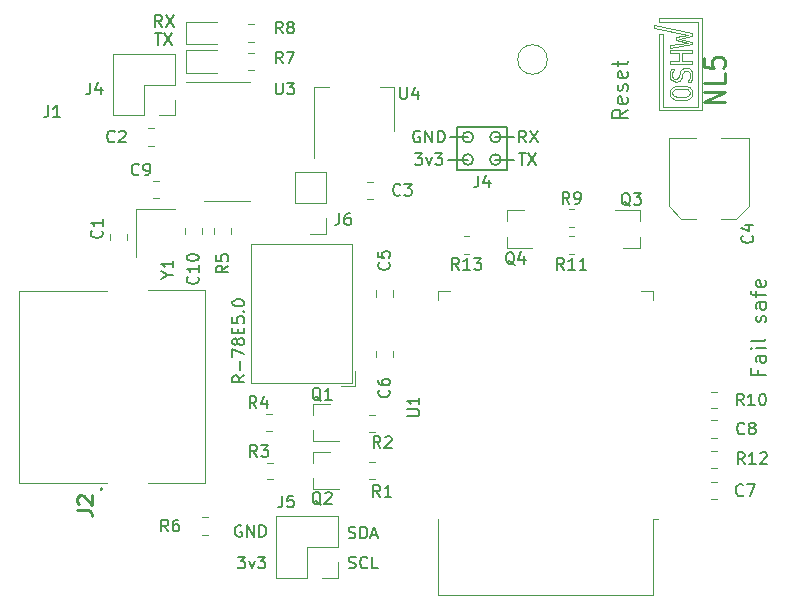
<source format=gto>
G04 #@! TF.GenerationSoftware,KiCad,Pcbnew,(6.0.1-0)*
G04 #@! TF.CreationDate,2022-01-18T00:45:38+01:00*
G04 #@! TF.ProjectId,ithowifi_4l,6974686f-7769-4666-995f-346c2e6b6963,rev?*
G04 #@! TF.SameCoordinates,Original*
G04 #@! TF.FileFunction,Legend,Top*
G04 #@! TF.FilePolarity,Positive*
%FSLAX46Y46*%
G04 Gerber Fmt 4.6, Leading zero omitted, Abs format (unit mm)*
G04 Created by KiCad (PCBNEW (6.0.1-0)) date 2022-01-18 00:45:38*
%MOMM*%
%LPD*%
G01*
G04 APERTURE LIST*
%ADD10C,0.223242*%
%ADD11C,0.120000*%
%ADD12C,0.150000*%
%ADD13C,0.254000*%
%ADD14C,0.100000*%
%ADD15C,0.200000*%
G04 APERTURE END LIST*
D10*
X111197179Y-114538932D02*
X109411239Y-114538932D01*
X111197179Y-113620448D01*
X109411239Y-113620448D01*
X111197179Y-112089643D02*
X111197179Y-112855045D01*
X109411239Y-112855045D01*
X109411239Y-110788458D02*
X109411239Y-111553861D01*
X110261686Y-111630401D01*
X110176642Y-111553861D01*
X110091597Y-111400780D01*
X110091597Y-111018079D01*
X110176642Y-110864998D01*
X110261686Y-110788458D01*
X110431776Y-110711917D01*
X110857000Y-110711917D01*
X111027089Y-110788458D01*
X111112134Y-110864998D01*
X111197179Y-111018079D01*
X111197179Y-111400780D01*
X111112134Y-111553861D01*
X111027089Y-111630401D01*
D11*
X106531530Y-109913187D02*
X106531530Y-109913187D01*
X108383342Y-109636784D02*
X106531530Y-109913187D01*
X108383342Y-109399701D02*
X108383342Y-109636784D01*
X107283116Y-109149155D02*
X108383342Y-109399701D01*
X108383342Y-108897594D02*
X107283116Y-109149155D01*
X108383342Y-108660561D02*
X108383342Y-108897594D01*
X105155713Y-107960791D02*
X108383342Y-108660561D01*
X105155713Y-108204986D02*
X105155713Y-107960791D01*
X108037191Y-108805798D02*
X105155713Y-108204986D01*
X107040038Y-109019158D02*
X108037191Y-108805798D01*
X107040038Y-109280676D02*
X107040038Y-109019158D01*
X108034702Y-109491496D02*
X107040038Y-109280676D01*
X106531530Y-109668992D02*
X108034702Y-109491496D01*
X106531530Y-109913187D02*
X106531530Y-109668992D01*
X106531530Y-111271681D02*
X106531530Y-111271681D01*
X108383342Y-111271681D02*
X106531530Y-111271681D01*
X108383342Y-111019764D02*
X108383342Y-111271681D01*
X107501403Y-111019764D02*
X108383342Y-111019764D01*
X107501403Y-110334065D02*
X107501403Y-111019764D01*
X108383342Y-110334065D02*
X107501403Y-110334065D01*
X108383342Y-110082148D02*
X108383342Y-110334065D01*
X106531530Y-110082148D02*
X108383342Y-110082148D01*
X106531530Y-110334065D02*
X106531530Y-110082148D01*
X107290583Y-110334065D02*
X106531530Y-110334065D01*
X107290583Y-111019764D02*
X107290583Y-110334065D01*
X106531530Y-111019764D02*
X107290583Y-111019764D01*
X106531530Y-111271681D02*
X106531530Y-111019764D01*
X106595233Y-111714012D02*
X106594928Y-111714012D01*
X106586953Y-111735785D02*
X106595233Y-111714012D01*
X106527161Y-111942495D02*
X106586953Y-111735785D01*
X106523300Y-111962068D02*
X106527161Y-111942495D01*
X106519135Y-111981905D02*
X106523300Y-111962068D01*
X106498459Y-112130460D02*
X106519135Y-111981905D01*
X106498459Y-112186406D02*
X106498459Y-112130460D01*
X106498459Y-112248971D02*
X106498459Y-112186406D01*
X106535695Y-112435834D02*
X106498459Y-112248971D01*
X106623325Y-112602575D02*
X106535695Y-112435834D01*
X106648421Y-112630408D02*
X106623325Y-112602575D01*
X106673211Y-112658246D02*
X106648421Y-112630408D01*
X106822055Y-112755259D02*
X106673211Y-112658246D01*
X106989339Y-112796605D02*
X106822055Y-112755259D01*
X107045270Y-112796605D02*
X106989339Y-112796605D01*
X107089669Y-112796605D02*
X107045270Y-112796605D01*
X107223324Y-112767660D02*
X107089669Y-112796605D01*
X107341841Y-112699588D02*
X107223324Y-112767660D01*
X107361703Y-112680019D02*
X107341841Y-112699588D01*
X107381261Y-112660726D02*
X107361703Y-112680019D01*
X107464472Y-112528163D02*
X107381261Y-112660726D01*
X107527870Y-112348463D02*
X107464472Y-112528163D01*
X107537522Y-112305466D02*
X107527870Y-112348463D01*
X107568663Y-112171801D02*
X107537522Y-112305466D01*
X107575267Y-112142032D02*
X107568663Y-112171801D01*
X107616618Y-112019111D02*
X107575267Y-112142032D01*
X107668993Y-111932025D02*
X107616618Y-112019111D01*
X107681388Y-111919894D02*
X107668993Y-111932025D01*
X107693529Y-111907768D02*
X107681388Y-111919894D01*
X107840392Y-111846854D02*
X107693529Y-111907768D01*
X107893579Y-111846854D02*
X107840392Y-111846854D01*
X107927514Y-111846854D02*
X107893579Y-111846854D01*
X108029215Y-111873315D02*
X107927514Y-111846854D01*
X108117404Y-111934773D02*
X108029215Y-111873315D01*
X108131730Y-111952137D02*
X108117404Y-111934773D01*
X108145801Y-111969779D02*
X108131730Y-111952137D01*
X108194823Y-112078644D02*
X108145801Y-111969779D01*
X108216058Y-112205151D02*
X108194823Y-112078644D01*
X108216058Y-112247315D02*
X108216058Y-112205151D01*
X108216058Y-112306299D02*
X108216058Y-112247315D01*
X108180803Y-112482961D02*
X108216058Y-112306299D01*
X108173894Y-112504180D02*
X108180803Y-112482961D01*
X108166731Y-112525404D02*
X108173894Y-112504180D01*
X108056190Y-112749473D02*
X108166731Y-112525404D01*
X108041306Y-112773171D02*
X108056190Y-112749473D01*
X108307853Y-112773171D02*
X108041306Y-112773171D01*
X108316947Y-112751124D02*
X108307853Y-112773171D01*
X108386390Y-112531196D02*
X108316947Y-112751124D01*
X108391064Y-112509148D02*
X108386390Y-112531196D01*
X108395737Y-112487371D02*
X108391064Y-112509148D01*
X108419461Y-112312908D02*
X108395737Y-112487371D01*
X108419461Y-112247315D02*
X108419461Y-112312908D01*
X108419461Y-112178694D02*
X108419461Y-112247315D01*
X108384714Y-111971984D02*
X108419461Y-112178694D01*
X108303688Y-111798350D02*
X108384714Y-111971984D01*
X108280574Y-111771065D02*
X108303688Y-111798350D01*
X108257409Y-111743780D02*
X108280574Y-111771065D01*
X108110241Y-111648419D02*
X108257409Y-111743780D01*
X107935743Y-111607352D02*
X108110241Y-111648419D01*
X107877628Y-111607352D02*
X107935743Y-111607352D01*
X107827184Y-111607352D02*
X107877628Y-111607352D01*
X107676714Y-111637121D02*
X107827184Y-111607352D01*
X107544431Y-111706575D02*
X107676714Y-111637121D01*
X107522892Y-111726417D02*
X107544431Y-111706575D01*
X107501149Y-111746265D02*
X107522892Y-111726417D01*
X107409913Y-111881032D02*
X107501149Y-111746265D01*
X107341841Y-112062657D02*
X107409913Y-111881032D01*
X107331935Y-112105929D02*
X107341841Y-112062657D01*
X107302166Y-112237394D02*
X107331935Y-112105929D01*
X107294698Y-112268260D02*
X107302166Y-112237394D01*
X107204884Y-112479105D02*
X107294698Y-112268260D01*
X107194114Y-112490398D02*
X107204884Y-112479105D01*
X107183345Y-112501701D02*
X107194114Y-112490398D01*
X107053551Y-112557378D02*
X107183345Y-112501701D01*
X107006713Y-112557378D02*
X107053551Y-112557378D01*
X106975268Y-112557378D02*
X107006713Y-112557378D01*
X106881034Y-112531744D02*
X106975268Y-112557378D01*
X106798331Y-112471658D02*
X106881034Y-112531744D01*
X106784819Y-112454295D02*
X106798331Y-112471658D01*
X106770798Y-112437206D02*
X106784819Y-112454295D01*
X106722538Y-112332756D02*
X106770798Y-112437206D01*
X106701608Y-112203769D02*
X106722538Y-112332756D01*
X106701608Y-112174006D02*
X106701608Y-112203769D01*
X106701608Y-112154712D02*
X106701608Y-112174006D01*
X106732495Y-111962342D02*
X106701608Y-112154712D01*
X106738794Y-111943318D02*
X106732495Y-111962342D01*
X106744890Y-111924303D02*
X106738794Y-111943318D01*
X106836939Y-111733036D02*
X106744890Y-111924303D01*
X106849335Y-111714012D02*
X106836939Y-111733036D01*
X106594928Y-111714012D02*
X106849335Y-111714012D01*
X107459239Y-113113277D02*
X107459239Y-113113277D01*
X107353423Y-113113277D02*
X107459239Y-113113277D01*
X107035923Y-113151860D02*
X107353423Y-113113277D01*
X106775725Y-113241436D02*
X107035923Y-113151860D01*
X106736051Y-113267059D02*
X106775725Y-113241436D01*
X106696376Y-113292693D02*
X106736051Y-113267059D01*
X106557438Y-113459987D02*
X106696376Y-113292693D01*
X106497900Y-113665042D02*
X106557438Y-113459987D01*
X106497900Y-113733393D02*
X106497900Y-113665042D01*
X106497900Y-113801744D02*
X106497900Y-113733393D01*
X106557438Y-114006245D02*
X106497900Y-113801744D01*
X106696376Y-114174088D02*
X106557438Y-114006245D01*
X106736051Y-114199722D02*
X106696376Y-114174088D01*
X106775725Y-114225355D02*
X106736051Y-114199722D01*
X107035923Y-114314372D02*
X106775725Y-114225355D01*
X107353423Y-114352411D02*
X107035923Y-114314372D01*
X107459239Y-114352411D02*
X107353423Y-114352411D01*
X107565056Y-114352411D02*
X107459239Y-114352411D01*
X107882861Y-114314372D02*
X107565056Y-114352411D01*
X108142449Y-114225355D02*
X107882861Y-114314372D01*
X108182174Y-114199722D02*
X108142449Y-114225355D01*
X108221595Y-114174362D02*
X108182174Y-114199722D01*
X108359669Y-114007068D02*
X108221595Y-114174362D01*
X108419207Y-113802019D02*
X108359669Y-114007068D01*
X108419207Y-113733393D02*
X108419207Y-113802019D01*
X108419207Y-113665042D02*
X108419207Y-113733393D01*
X108359669Y-113459987D02*
X108419207Y-113665042D01*
X108220731Y-113292693D02*
X108359669Y-113459987D01*
X108181057Y-113267059D02*
X108220731Y-113292693D01*
X108141382Y-113241436D02*
X108181057Y-113267059D01*
X107881489Y-113151860D02*
X108141382Y-113241436D01*
X107564802Y-113113277D02*
X107881489Y-113151860D01*
X107459239Y-113113277D02*
X107564802Y-113113277D01*
X107459239Y-113375101D02*
X107459239Y-113375101D01*
X107546615Y-113375101D02*
X107459239Y-113375101D01*
X107808997Y-113396325D02*
X107546615Y-113375101D01*
X108012959Y-113445382D02*
X107808997Y-113396325D01*
X108042169Y-113459439D02*
X108012959Y-113445382D01*
X108071075Y-113473495D02*
X108042169Y-113459439D01*
X108172217Y-113569680D02*
X108071075Y-113473495D01*
X108215804Y-113692601D02*
X108172217Y-113569680D01*
X108215804Y-113733393D02*
X108215804Y-113692601D01*
X108215804Y-113774460D02*
X108215804Y-113733393D01*
X108171963Y-113897101D02*
X108215804Y-113774460D01*
X108069703Y-113993565D02*
X108171963Y-113897101D01*
X108040798Y-114007621D02*
X108069703Y-113993565D01*
X108011588Y-114021683D02*
X108040798Y-114007621D01*
X107807880Y-114069912D02*
X108011588Y-114021683D01*
X107546361Y-114090578D02*
X107807880Y-114069912D01*
X107459239Y-114090578D02*
X107546361Y-114090578D01*
X107371609Y-114090578D02*
X107459239Y-114090578D01*
X107109481Y-114069912D02*
X107371609Y-114090578D01*
X106905265Y-114021683D02*
X107109481Y-114069912D01*
X106876309Y-114007621D02*
X106905265Y-114021683D01*
X106847099Y-113993565D02*
X106876309Y-114007621D01*
X106744890Y-113897101D02*
X106847099Y-113993565D01*
X106701303Y-113774460D02*
X106744890Y-113897101D01*
X106701303Y-113733393D02*
X106701303Y-113774460D01*
X106701303Y-113692601D02*
X106701303Y-113733393D01*
X106744890Y-113569680D02*
X106701303Y-113692601D01*
X106847099Y-113473495D02*
X106744890Y-113569680D01*
X106876309Y-113459439D02*
X106847099Y-113473495D01*
X106905265Y-113445382D02*
X106876309Y-113459439D01*
X107109481Y-113396325D02*
X106905265Y-113445382D01*
X107371609Y-113375101D02*
X107109481Y-113396325D01*
X107459239Y-113375101D02*
X107371609Y-113375101D01*
X105619873Y-115207065D02*
X105619873Y-115207065D01*
X105619873Y-108786240D02*
X105619873Y-115207065D01*
X105937373Y-108786240D02*
X105619873Y-108786240D01*
X105937373Y-114889565D02*
X105937373Y-108786240D01*
X108903981Y-114889565D02*
X105937373Y-114889565D01*
X108903981Y-107716036D02*
X108903981Y-114889565D01*
X105619873Y-107709432D02*
X108903981Y-107716036D01*
X105619873Y-107398536D02*
X105619873Y-107709432D01*
X109221481Y-107398536D02*
X105619873Y-107398536D01*
X109221481Y-115207065D02*
X109221481Y-107398536D01*
X105619873Y-115207065D02*
X109221481Y-115207065D01*
D12*
X88519000Y-116586000D02*
X88519000Y-116713000D01*
X89865905Y-117475000D02*
G75*
G03*
X89865905Y-117475000I-457905J0D01*
G01*
X92202000Y-119380000D02*
G75*
G03*
X92202000Y-119380000I-457905J0D01*
G01*
X92202000Y-117475000D02*
G75*
G03*
X92202000Y-117475000I-457905J0D01*
G01*
X89408000Y-117475000D02*
X87884000Y-117475000D01*
X88519000Y-116713000D02*
X88519000Y-120269000D01*
X89865905Y-119380000D02*
G75*
G03*
X89865905Y-119380000I-457905J0D01*
G01*
X92710000Y-120269000D02*
X92710000Y-116586000D01*
X92710000Y-116586000D02*
X88519000Y-116586000D01*
X91744095Y-119380000D02*
X93345000Y-119380000D01*
X89408000Y-119380000D02*
X87757000Y-119380000D01*
X91744095Y-117475000D02*
X93345000Y-117475000D01*
X88519000Y-120269000D02*
X92710000Y-120269000D01*
X79327523Y-153947761D02*
X79470380Y-153995380D01*
X79708476Y-153995380D01*
X79803714Y-153947761D01*
X79851333Y-153900142D01*
X79898952Y-153804904D01*
X79898952Y-153709666D01*
X79851333Y-153614428D01*
X79803714Y-153566809D01*
X79708476Y-153519190D01*
X79518000Y-153471571D01*
X79422761Y-153423952D01*
X79375142Y-153376333D01*
X79327523Y-153281095D01*
X79327523Y-153185857D01*
X79375142Y-153090619D01*
X79422761Y-153043000D01*
X79518000Y-152995380D01*
X79756095Y-152995380D01*
X79898952Y-153043000D01*
X80898952Y-153900142D02*
X80851333Y-153947761D01*
X80708476Y-153995380D01*
X80613238Y-153995380D01*
X80470380Y-153947761D01*
X80375142Y-153852523D01*
X80327523Y-153757285D01*
X80279904Y-153566809D01*
X80279904Y-153423952D01*
X80327523Y-153233476D01*
X80375142Y-153138238D01*
X80470380Y-153043000D01*
X80613238Y-152995380D01*
X80708476Y-152995380D01*
X80851333Y-153043000D01*
X80898952Y-153090619D01*
X81803714Y-153995380D02*
X81327523Y-153995380D01*
X81327523Y-152995380D01*
X79303714Y-151407761D02*
X79446571Y-151455380D01*
X79684666Y-151455380D01*
X79779904Y-151407761D01*
X79827523Y-151360142D01*
X79875142Y-151264904D01*
X79875142Y-151169666D01*
X79827523Y-151074428D01*
X79779904Y-151026809D01*
X79684666Y-150979190D01*
X79494190Y-150931571D01*
X79398952Y-150883952D01*
X79351333Y-150836333D01*
X79303714Y-150741095D01*
X79303714Y-150645857D01*
X79351333Y-150550619D01*
X79398952Y-150503000D01*
X79494190Y-150455380D01*
X79732285Y-150455380D01*
X79875142Y-150503000D01*
X80303714Y-151455380D02*
X80303714Y-150455380D01*
X80541809Y-150455380D01*
X80684666Y-150503000D01*
X80779904Y-150598238D01*
X80827523Y-150693476D01*
X80875142Y-150883952D01*
X80875142Y-151026809D01*
X80827523Y-151217285D01*
X80779904Y-151312523D01*
X80684666Y-151407761D01*
X80541809Y-151455380D01*
X80303714Y-151455380D01*
X81256095Y-151169666D02*
X81732285Y-151169666D01*
X81160857Y-151455380D02*
X81494190Y-150455380D01*
X81827523Y-151455380D01*
X70231095Y-150376000D02*
X70135857Y-150328380D01*
X69993000Y-150328380D01*
X69850142Y-150376000D01*
X69754904Y-150471238D01*
X69707285Y-150566476D01*
X69659666Y-150756952D01*
X69659666Y-150899809D01*
X69707285Y-151090285D01*
X69754904Y-151185523D01*
X69850142Y-151280761D01*
X69993000Y-151328380D01*
X70088238Y-151328380D01*
X70231095Y-151280761D01*
X70278714Y-151233142D01*
X70278714Y-150899809D01*
X70088238Y-150899809D01*
X70707285Y-151328380D02*
X70707285Y-150328380D01*
X71278714Y-151328380D01*
X71278714Y-150328380D01*
X71754904Y-151328380D02*
X71754904Y-150328380D01*
X71993000Y-150328380D01*
X72135857Y-150376000D01*
X72231095Y-150471238D01*
X72278714Y-150566476D01*
X72326333Y-150756952D01*
X72326333Y-150899809D01*
X72278714Y-151090285D01*
X72231095Y-151185523D01*
X72135857Y-151280761D01*
X71993000Y-151328380D01*
X71754904Y-151328380D01*
X69929523Y-152995380D02*
X70548571Y-152995380D01*
X70215238Y-153376333D01*
X70358095Y-153376333D01*
X70453333Y-153423952D01*
X70500952Y-153471571D01*
X70548571Y-153566809D01*
X70548571Y-153804904D01*
X70500952Y-153900142D01*
X70453333Y-153947761D01*
X70358095Y-153995380D01*
X70072380Y-153995380D01*
X69977142Y-153947761D01*
X69929523Y-153900142D01*
X70881904Y-153328714D02*
X71120000Y-153995380D01*
X71358095Y-153328714D01*
X71643809Y-152995380D02*
X72262857Y-152995380D01*
X71929523Y-153376333D01*
X72072380Y-153376333D01*
X72167619Y-153423952D01*
X72215238Y-153471571D01*
X72262857Y-153566809D01*
X72262857Y-153804904D01*
X72215238Y-153900142D01*
X72167619Y-153947761D01*
X72072380Y-153995380D01*
X71786666Y-153995380D01*
X71691428Y-153947761D01*
X71643809Y-153900142D01*
X85344095Y-116975000D02*
X85248857Y-116927380D01*
X85106000Y-116927380D01*
X84963142Y-116975000D01*
X84867904Y-117070238D01*
X84820285Y-117165476D01*
X84772666Y-117355952D01*
X84772666Y-117498809D01*
X84820285Y-117689285D01*
X84867904Y-117784523D01*
X84963142Y-117879761D01*
X85106000Y-117927380D01*
X85201238Y-117927380D01*
X85344095Y-117879761D01*
X85391714Y-117832142D01*
X85391714Y-117498809D01*
X85201238Y-117498809D01*
X85820285Y-117927380D02*
X85820285Y-116927380D01*
X86391714Y-117927380D01*
X86391714Y-116927380D01*
X86867904Y-117927380D02*
X86867904Y-116927380D01*
X87106000Y-116927380D01*
X87248857Y-116975000D01*
X87344095Y-117070238D01*
X87391714Y-117165476D01*
X87439333Y-117355952D01*
X87439333Y-117498809D01*
X87391714Y-117689285D01*
X87344095Y-117784523D01*
X87248857Y-117879761D01*
X87106000Y-117927380D01*
X86867904Y-117927380D01*
X84915523Y-118832380D02*
X85534571Y-118832380D01*
X85201238Y-119213333D01*
X85344095Y-119213333D01*
X85439333Y-119260952D01*
X85486952Y-119308571D01*
X85534571Y-119403809D01*
X85534571Y-119641904D01*
X85486952Y-119737142D01*
X85439333Y-119784761D01*
X85344095Y-119832380D01*
X85058380Y-119832380D01*
X84963142Y-119784761D01*
X84915523Y-119737142D01*
X85867904Y-119165714D02*
X86106000Y-119832380D01*
X86344095Y-119165714D01*
X86629809Y-118832380D02*
X87248857Y-118832380D01*
X86915523Y-119213333D01*
X87058380Y-119213333D01*
X87153619Y-119260952D01*
X87201238Y-119308571D01*
X87248857Y-119403809D01*
X87248857Y-119641904D01*
X87201238Y-119737142D01*
X87153619Y-119784761D01*
X87058380Y-119832380D01*
X86772666Y-119832380D01*
X86677428Y-119784761D01*
X86629809Y-119737142D01*
X94321333Y-117927380D02*
X93988000Y-117451190D01*
X93749904Y-117927380D02*
X93749904Y-116927380D01*
X94130857Y-116927380D01*
X94226095Y-116975000D01*
X94273714Y-117022619D01*
X94321333Y-117117857D01*
X94321333Y-117260714D01*
X94273714Y-117355952D01*
X94226095Y-117403571D01*
X94130857Y-117451190D01*
X93749904Y-117451190D01*
X94654666Y-116927380D02*
X95321333Y-117927380D01*
X95321333Y-116927380D02*
X94654666Y-117927380D01*
X93726095Y-118832380D02*
X94297523Y-118832380D01*
X94011809Y-119832380D02*
X94011809Y-118832380D01*
X94535619Y-118832380D02*
X95202285Y-119832380D01*
X95202285Y-118832380D02*
X94535619Y-119832380D01*
X90281166Y-120737380D02*
X90281166Y-121451666D01*
X90233547Y-121594523D01*
X90138309Y-121689761D01*
X89995452Y-121737380D01*
X89900214Y-121737380D01*
X91185928Y-121070714D02*
X91185928Y-121737380D01*
X90947833Y-120689761D02*
X90709738Y-121404047D01*
X91328785Y-121404047D01*
X84288380Y-141096904D02*
X85097904Y-141096904D01*
X85193142Y-141049285D01*
X85240761Y-141001666D01*
X85288380Y-140906428D01*
X85288380Y-140715952D01*
X85240761Y-140620714D01*
X85193142Y-140573095D01*
X85097904Y-140525476D01*
X84288380Y-140525476D01*
X85288380Y-139525476D02*
X85288380Y-140096904D01*
X85288380Y-139811190D02*
X84288380Y-139811190D01*
X84431238Y-139906428D01*
X84526476Y-140001666D01*
X84574095Y-140096904D01*
X112751142Y-140186380D02*
X112417809Y-139710190D01*
X112179714Y-140186380D02*
X112179714Y-139186380D01*
X112560666Y-139186380D01*
X112655904Y-139234000D01*
X112703523Y-139281619D01*
X112751142Y-139376857D01*
X112751142Y-139519714D01*
X112703523Y-139614952D01*
X112655904Y-139662571D01*
X112560666Y-139710190D01*
X112179714Y-139710190D01*
X113703523Y-140186380D02*
X113132095Y-140186380D01*
X113417809Y-140186380D02*
X113417809Y-139186380D01*
X113322571Y-139329238D01*
X113227333Y-139424476D01*
X113132095Y-139472095D01*
X114322571Y-139186380D02*
X114417809Y-139186380D01*
X114513047Y-139234000D01*
X114560666Y-139281619D01*
X114608285Y-139376857D01*
X114655904Y-139567333D01*
X114655904Y-139805428D01*
X114608285Y-139995904D01*
X114560666Y-140091142D01*
X114513047Y-140138761D01*
X114417809Y-140186380D01*
X114322571Y-140186380D01*
X114227333Y-140138761D01*
X114179714Y-140091142D01*
X114132095Y-139995904D01*
X114084476Y-139805428D01*
X114084476Y-139567333D01*
X114132095Y-139376857D01*
X114179714Y-139281619D01*
X114227333Y-139234000D01*
X114322571Y-139186380D01*
X73690666Y-147822380D02*
X73690666Y-148536666D01*
X73643047Y-148679523D01*
X73547809Y-148774761D01*
X73404952Y-148822380D01*
X73309714Y-148822380D01*
X74643047Y-147822380D02*
X74166857Y-147822380D01*
X74119238Y-148298571D01*
X74166857Y-148250952D01*
X74262095Y-148203333D01*
X74500190Y-148203333D01*
X74595428Y-148250952D01*
X74643047Y-148298571D01*
X74690666Y-148393809D01*
X74690666Y-148631904D01*
X74643047Y-148727142D01*
X74595428Y-148774761D01*
X74500190Y-148822380D01*
X74262095Y-148822380D01*
X74166857Y-148774761D01*
X74119238Y-148727142D01*
X82699642Y-128089666D02*
X82747261Y-128137285D01*
X82794880Y-128280142D01*
X82794880Y-128375380D01*
X82747261Y-128518238D01*
X82652023Y-128613476D01*
X82556785Y-128661095D01*
X82366309Y-128708714D01*
X82223452Y-128708714D01*
X82032976Y-128661095D01*
X81937738Y-128613476D01*
X81842500Y-128518238D01*
X81794880Y-128375380D01*
X81794880Y-128280142D01*
X81842500Y-128137285D01*
X81890119Y-128089666D01*
X81794880Y-127184904D02*
X81794880Y-127661095D01*
X82271071Y-127708714D01*
X82223452Y-127661095D01*
X82175833Y-127565857D01*
X82175833Y-127327761D01*
X82223452Y-127232523D01*
X82271071Y-127184904D01*
X82366309Y-127137285D01*
X82604404Y-127137285D01*
X82699642Y-127184904D01*
X82747261Y-127232523D01*
X82794880Y-127327761D01*
X82794880Y-127565857D01*
X82747261Y-127661095D01*
X82699642Y-127708714D01*
X112831642Y-145168880D02*
X112498309Y-144692690D01*
X112260214Y-145168880D02*
X112260214Y-144168880D01*
X112641166Y-144168880D01*
X112736404Y-144216500D01*
X112784023Y-144264119D01*
X112831642Y-144359357D01*
X112831642Y-144502214D01*
X112784023Y-144597452D01*
X112736404Y-144645071D01*
X112641166Y-144692690D01*
X112260214Y-144692690D01*
X113784023Y-145168880D02*
X113212595Y-145168880D01*
X113498309Y-145168880D02*
X113498309Y-144168880D01*
X113403071Y-144311738D01*
X113307833Y-144406976D01*
X113212595Y-144454595D01*
X114164976Y-144264119D02*
X114212595Y-144216500D01*
X114307833Y-144168880D01*
X114545928Y-144168880D01*
X114641166Y-144216500D01*
X114688785Y-144264119D01*
X114736404Y-144359357D01*
X114736404Y-144454595D01*
X114688785Y-144597452D01*
X114117357Y-145168880D01*
X114736404Y-145168880D01*
X88644642Y-128721380D02*
X88311309Y-128245190D01*
X88073214Y-128721380D02*
X88073214Y-127721380D01*
X88454166Y-127721380D01*
X88549404Y-127769000D01*
X88597023Y-127816619D01*
X88644642Y-127911857D01*
X88644642Y-128054714D01*
X88597023Y-128149952D01*
X88549404Y-128197571D01*
X88454166Y-128245190D01*
X88073214Y-128245190D01*
X89597023Y-128721380D02*
X89025595Y-128721380D01*
X89311309Y-128721380D02*
X89311309Y-127721380D01*
X89216071Y-127864238D01*
X89120833Y-127959476D01*
X89025595Y-128007095D01*
X89930357Y-127721380D02*
X90549404Y-127721380D01*
X90216071Y-128102333D01*
X90358928Y-128102333D01*
X90454166Y-128149952D01*
X90501785Y-128197571D01*
X90549404Y-128292809D01*
X90549404Y-128530904D01*
X90501785Y-128626142D01*
X90454166Y-128673761D01*
X90358928Y-128721380D01*
X90073214Y-128721380D01*
X89977976Y-128673761D01*
X89930357Y-128626142D01*
X53870266Y-114793780D02*
X53870266Y-115508066D01*
X53822647Y-115650923D01*
X53727409Y-115746161D01*
X53584552Y-115793780D01*
X53489314Y-115793780D01*
X54870266Y-115793780D02*
X54298838Y-115793780D01*
X54584552Y-115793780D02*
X54584552Y-114793780D01*
X54489314Y-114936638D01*
X54394076Y-115031876D01*
X54298838Y-115079495D01*
X112719333Y-147774642D02*
X112671714Y-147822261D01*
X112528857Y-147869880D01*
X112433619Y-147869880D01*
X112290761Y-147822261D01*
X112195523Y-147727023D01*
X112147904Y-147631785D01*
X112100285Y-147441309D01*
X112100285Y-147298452D01*
X112147904Y-147107976D01*
X112195523Y-147012738D01*
X112290761Y-146917500D01*
X112433619Y-146869880D01*
X112528857Y-146869880D01*
X112671714Y-146917500D01*
X112719333Y-146965119D01*
X113052666Y-146869880D02*
X113719333Y-146869880D01*
X113290761Y-147869880D01*
X76976761Y-148629619D02*
X76881523Y-148582000D01*
X76786285Y-148486761D01*
X76643428Y-148343904D01*
X76548190Y-148296285D01*
X76452952Y-148296285D01*
X76500571Y-148534380D02*
X76405333Y-148486761D01*
X76310095Y-148391523D01*
X76262476Y-148201047D01*
X76262476Y-147867714D01*
X76310095Y-147677238D01*
X76405333Y-147582000D01*
X76500571Y-147534380D01*
X76691047Y-147534380D01*
X76786285Y-147582000D01*
X76881523Y-147677238D01*
X76929142Y-147867714D01*
X76929142Y-148201047D01*
X76881523Y-148391523D01*
X76786285Y-148486761D01*
X76691047Y-148534380D01*
X76500571Y-148534380D01*
X77310095Y-147629619D02*
X77357714Y-147582000D01*
X77452952Y-147534380D01*
X77691047Y-147534380D01*
X77786285Y-147582000D01*
X77833904Y-147629619D01*
X77881523Y-147724857D01*
X77881523Y-147820095D01*
X77833904Y-147962952D01*
X77262476Y-148534380D01*
X77881523Y-148534380D01*
X76976761Y-139803119D02*
X76881523Y-139755500D01*
X76786285Y-139660261D01*
X76643428Y-139517404D01*
X76548190Y-139469785D01*
X76452952Y-139469785D01*
X76500571Y-139707880D02*
X76405333Y-139660261D01*
X76310095Y-139565023D01*
X76262476Y-139374547D01*
X76262476Y-139041214D01*
X76310095Y-138850738D01*
X76405333Y-138755500D01*
X76500571Y-138707880D01*
X76691047Y-138707880D01*
X76786285Y-138755500D01*
X76881523Y-138850738D01*
X76929142Y-139041214D01*
X76929142Y-139374547D01*
X76881523Y-139565023D01*
X76786285Y-139660261D01*
X76691047Y-139707880D01*
X76500571Y-139707880D01*
X77881523Y-139707880D02*
X77310095Y-139707880D01*
X77595809Y-139707880D02*
X77595809Y-138707880D01*
X77500571Y-138850738D01*
X77405333Y-138945976D01*
X77310095Y-138993595D01*
X81985333Y-147933380D02*
X81652000Y-147457190D01*
X81413904Y-147933380D02*
X81413904Y-146933380D01*
X81794857Y-146933380D01*
X81890095Y-146981000D01*
X81937714Y-147028619D01*
X81985333Y-147123857D01*
X81985333Y-147266714D01*
X81937714Y-147361952D01*
X81890095Y-147409571D01*
X81794857Y-147457190D01*
X81413904Y-147457190D01*
X82937714Y-147933380D02*
X82366285Y-147933380D01*
X82652000Y-147933380D02*
X82652000Y-146933380D01*
X82556761Y-147076238D01*
X82461523Y-147171476D01*
X82366285Y-147219095D01*
X82011433Y-143805880D02*
X81678100Y-143329690D01*
X81440004Y-143805880D02*
X81440004Y-142805880D01*
X81820957Y-142805880D01*
X81916195Y-142853500D01*
X81963814Y-142901119D01*
X82011433Y-142996357D01*
X82011433Y-143139214D01*
X81963814Y-143234452D01*
X81916195Y-143282071D01*
X81820957Y-143329690D01*
X81440004Y-143329690D01*
X82392385Y-142901119D02*
X82440004Y-142853500D01*
X82535242Y-142805880D01*
X82773338Y-142805880D01*
X82868576Y-142853500D01*
X82916195Y-142901119D01*
X82963814Y-142996357D01*
X82963814Y-143091595D01*
X82916195Y-143234452D01*
X82344766Y-143805880D01*
X82963814Y-143805880D01*
X71560333Y-144556380D02*
X71227000Y-144080190D01*
X70988904Y-144556380D02*
X70988904Y-143556380D01*
X71369857Y-143556380D01*
X71465095Y-143604000D01*
X71512714Y-143651619D01*
X71560333Y-143746857D01*
X71560333Y-143889714D01*
X71512714Y-143984952D01*
X71465095Y-144032571D01*
X71369857Y-144080190D01*
X70988904Y-144080190D01*
X71893666Y-143556380D02*
X72512714Y-143556380D01*
X72179380Y-143937333D01*
X72322238Y-143937333D01*
X72417476Y-143984952D01*
X72465095Y-144032571D01*
X72512714Y-144127809D01*
X72512714Y-144365904D01*
X72465095Y-144461142D01*
X72417476Y-144508761D01*
X72322238Y-144556380D01*
X72036523Y-144556380D01*
X71941285Y-144508761D01*
X71893666Y-144461142D01*
X69108580Y-128358166D02*
X68632390Y-128691500D01*
X69108580Y-128929595D02*
X68108580Y-128929595D01*
X68108580Y-128548642D01*
X68156200Y-128453404D01*
X68203819Y-128405785D01*
X68299057Y-128358166D01*
X68441914Y-128358166D01*
X68537152Y-128405785D01*
X68584771Y-128453404D01*
X68632390Y-128548642D01*
X68632390Y-128929595D01*
X68108580Y-127453404D02*
X68108580Y-127929595D01*
X68584771Y-127977214D01*
X68537152Y-127929595D01*
X68489533Y-127834357D01*
X68489533Y-127596261D01*
X68537152Y-127501023D01*
X68584771Y-127453404D01*
X68680009Y-127405785D01*
X68918104Y-127405785D01*
X69013342Y-127453404D01*
X69060961Y-127501023D01*
X69108580Y-127596261D01*
X69108580Y-127834357D01*
X69060961Y-127929595D01*
X69013342Y-127977214D01*
X83680395Y-113244380D02*
X83680395Y-114053904D01*
X83728014Y-114149142D01*
X83775633Y-114196761D01*
X83870871Y-114244380D01*
X84061347Y-114244380D01*
X84156585Y-114196761D01*
X84204204Y-114149142D01*
X84251823Y-114053904D01*
X84251823Y-113244380D01*
X85156585Y-113577714D02*
X85156585Y-114244380D01*
X84918490Y-113196761D02*
X84680395Y-113911047D01*
X85299442Y-113911047D01*
X64031333Y-150854380D02*
X63698000Y-150378190D01*
X63459904Y-150854380D02*
X63459904Y-149854380D01*
X63840857Y-149854380D01*
X63936095Y-149902000D01*
X63983714Y-149949619D01*
X64031333Y-150044857D01*
X64031333Y-150187714D01*
X63983714Y-150282952D01*
X63936095Y-150330571D01*
X63840857Y-150378190D01*
X63459904Y-150378190D01*
X64888476Y-149854380D02*
X64698000Y-149854380D01*
X64602761Y-149902000D01*
X64555142Y-149949619D01*
X64459904Y-150092476D01*
X64412285Y-150282952D01*
X64412285Y-150663904D01*
X64459904Y-150759142D01*
X64507523Y-150806761D01*
X64602761Y-150854380D01*
X64793238Y-150854380D01*
X64888476Y-150806761D01*
X64936095Y-150759142D01*
X64983714Y-150663904D01*
X64983714Y-150425809D01*
X64936095Y-150330571D01*
X64888476Y-150282952D01*
X64793238Y-150235333D01*
X64602761Y-150235333D01*
X64507523Y-150282952D01*
X64459904Y-150330571D01*
X64412285Y-150425809D01*
X70472380Y-137651761D02*
X69996190Y-137985095D01*
X70472380Y-138223190D02*
X69472380Y-138223190D01*
X69472380Y-137842238D01*
X69520000Y-137747000D01*
X69567619Y-137699380D01*
X69662857Y-137651761D01*
X69805714Y-137651761D01*
X69900952Y-137699380D01*
X69948571Y-137747000D01*
X69996190Y-137842238D01*
X69996190Y-138223190D01*
X70091428Y-137223190D02*
X70091428Y-136461285D01*
X69472380Y-136080333D02*
X69472380Y-135413666D01*
X70472380Y-135842238D01*
X69900952Y-134889857D02*
X69853333Y-134985095D01*
X69805714Y-135032714D01*
X69710476Y-135080333D01*
X69662857Y-135080333D01*
X69567619Y-135032714D01*
X69520000Y-134985095D01*
X69472380Y-134889857D01*
X69472380Y-134699380D01*
X69520000Y-134604142D01*
X69567619Y-134556523D01*
X69662857Y-134508904D01*
X69710476Y-134508904D01*
X69805714Y-134556523D01*
X69853333Y-134604142D01*
X69900952Y-134699380D01*
X69900952Y-134889857D01*
X69948571Y-134985095D01*
X69996190Y-135032714D01*
X70091428Y-135080333D01*
X70281904Y-135080333D01*
X70377142Y-135032714D01*
X70424761Y-134985095D01*
X70472380Y-134889857D01*
X70472380Y-134699380D01*
X70424761Y-134604142D01*
X70377142Y-134556523D01*
X70281904Y-134508904D01*
X70091428Y-134508904D01*
X69996190Y-134556523D01*
X69948571Y-134604142D01*
X69900952Y-134699380D01*
X69948571Y-134080333D02*
X69948571Y-133747000D01*
X70472380Y-133604142D02*
X70472380Y-134080333D01*
X69472380Y-134080333D01*
X69472380Y-133604142D01*
X69472380Y-132699380D02*
X69472380Y-133175571D01*
X69948571Y-133223190D01*
X69900952Y-133175571D01*
X69853333Y-133080333D01*
X69853333Y-132842238D01*
X69900952Y-132747000D01*
X69948571Y-132699380D01*
X70043809Y-132651761D01*
X70281904Y-132651761D01*
X70377142Y-132699380D01*
X70424761Y-132747000D01*
X70472380Y-132842238D01*
X70472380Y-133080333D01*
X70424761Y-133175571D01*
X70377142Y-133223190D01*
X70377142Y-132223190D02*
X70424761Y-132175571D01*
X70472380Y-132223190D01*
X70424761Y-132270809D01*
X70377142Y-132223190D01*
X70472380Y-132223190D01*
X69472380Y-131556523D02*
X69472380Y-131461285D01*
X69520000Y-131366047D01*
X69567619Y-131318428D01*
X69662857Y-131270809D01*
X69853333Y-131223190D01*
X70091428Y-131223190D01*
X70281904Y-131270809D01*
X70377142Y-131318428D01*
X70424761Y-131366047D01*
X70472380Y-131461285D01*
X70472380Y-131556523D01*
X70424761Y-131651761D01*
X70377142Y-131699380D01*
X70281904Y-131747000D01*
X70091428Y-131794619D01*
X69853333Y-131794619D01*
X69662857Y-131747000D01*
X69567619Y-131699380D01*
X69520000Y-131651761D01*
X69472380Y-131556523D01*
D13*
X56327523Y-149076833D02*
X57234666Y-149076833D01*
X57416095Y-149137309D01*
X57537047Y-149258261D01*
X57597523Y-149439690D01*
X57597523Y-149560642D01*
X56448476Y-148532547D02*
X56388000Y-148472071D01*
X56327523Y-148351119D01*
X56327523Y-148048738D01*
X56388000Y-147927785D01*
X56448476Y-147867309D01*
X56569428Y-147806833D01*
X56690380Y-147806833D01*
X56871809Y-147867309D01*
X57597523Y-148593023D01*
X57597523Y-147806833D01*
D12*
X71507833Y-140427880D02*
X71174500Y-139951690D01*
X70936404Y-140427880D02*
X70936404Y-139427880D01*
X71317357Y-139427880D01*
X71412595Y-139475500D01*
X71460214Y-139523119D01*
X71507833Y-139618357D01*
X71507833Y-139761214D01*
X71460214Y-139856452D01*
X71412595Y-139904071D01*
X71317357Y-139951690D01*
X70936404Y-139951690D01*
X72364976Y-139761214D02*
X72364976Y-140427880D01*
X72126880Y-139380261D02*
X71888785Y-140094547D01*
X72507833Y-140094547D01*
X82699642Y-138884666D02*
X82747261Y-138932285D01*
X82794880Y-139075142D01*
X82794880Y-139170380D01*
X82747261Y-139313238D01*
X82652023Y-139408476D01*
X82556785Y-139456095D01*
X82366309Y-139503714D01*
X82223452Y-139503714D01*
X82032976Y-139456095D01*
X81937738Y-139408476D01*
X81842500Y-139313238D01*
X81794880Y-139170380D01*
X81794880Y-139075142D01*
X81842500Y-138932285D01*
X81890119Y-138884666D01*
X81794880Y-138027523D02*
X81794880Y-138218000D01*
X81842500Y-138313238D01*
X81890119Y-138360857D01*
X82032976Y-138456095D01*
X82223452Y-138503714D01*
X82604404Y-138503714D01*
X82699642Y-138456095D01*
X82747261Y-138408476D01*
X82794880Y-138313238D01*
X82794880Y-138122761D01*
X82747261Y-138027523D01*
X82699642Y-137979904D01*
X82604404Y-137932285D01*
X82366309Y-137932285D01*
X82271071Y-137979904D01*
X82223452Y-138027523D01*
X82175833Y-138122761D01*
X82175833Y-138313238D01*
X82223452Y-138408476D01*
X82271071Y-138456095D01*
X82366309Y-138503714D01*
X83704133Y-122340642D02*
X83656514Y-122388261D01*
X83513657Y-122435880D01*
X83418419Y-122435880D01*
X83275561Y-122388261D01*
X83180323Y-122293023D01*
X83132704Y-122197785D01*
X83085085Y-122007309D01*
X83085085Y-121864452D01*
X83132704Y-121673976D01*
X83180323Y-121578738D01*
X83275561Y-121483500D01*
X83418419Y-121435880D01*
X83513657Y-121435880D01*
X83656514Y-121483500D01*
X83704133Y-121531119D01*
X84037466Y-121435880D02*
X84656514Y-121435880D01*
X84323180Y-121816833D01*
X84466038Y-121816833D01*
X84561276Y-121864452D01*
X84608895Y-121912071D01*
X84656514Y-122007309D01*
X84656514Y-122245404D01*
X84608895Y-122340642D01*
X84561276Y-122388261D01*
X84466038Y-122435880D01*
X84180323Y-122435880D01*
X84085085Y-122388261D01*
X84037466Y-122340642D01*
X97534642Y-128721380D02*
X97201309Y-128245190D01*
X96963214Y-128721380D02*
X96963214Y-127721380D01*
X97344166Y-127721380D01*
X97439404Y-127769000D01*
X97487023Y-127816619D01*
X97534642Y-127911857D01*
X97534642Y-128054714D01*
X97487023Y-128149952D01*
X97439404Y-128197571D01*
X97344166Y-128245190D01*
X96963214Y-128245190D01*
X98487023Y-128721380D02*
X97915595Y-128721380D01*
X98201309Y-128721380D02*
X98201309Y-127721380D01*
X98106071Y-127864238D01*
X98010833Y-127959476D01*
X97915595Y-128007095D01*
X99439404Y-128721380D02*
X98867976Y-128721380D01*
X99153690Y-128721380D02*
X99153690Y-127721380D01*
X99058452Y-127864238D01*
X98963214Y-127959476D01*
X98867976Y-128007095D01*
X93359761Y-128303619D02*
X93264523Y-128256000D01*
X93169285Y-128160761D01*
X93026428Y-128017904D01*
X92931190Y-127970285D01*
X92835952Y-127970285D01*
X92883571Y-128208380D02*
X92788333Y-128160761D01*
X92693095Y-128065523D01*
X92645476Y-127875047D01*
X92645476Y-127541714D01*
X92693095Y-127351238D01*
X92788333Y-127256000D01*
X92883571Y-127208380D01*
X93074047Y-127208380D01*
X93169285Y-127256000D01*
X93264523Y-127351238D01*
X93312142Y-127541714D01*
X93312142Y-127875047D01*
X93264523Y-128065523D01*
X93169285Y-128160761D01*
X93074047Y-128208380D01*
X92883571Y-128208380D01*
X94169285Y-127541714D02*
X94169285Y-128208380D01*
X93931190Y-127160761D02*
X93693095Y-127875047D01*
X94312142Y-127875047D01*
X103154761Y-123303619D02*
X103059523Y-123256000D01*
X102964285Y-123160761D01*
X102821428Y-123017904D01*
X102726190Y-122970285D01*
X102630952Y-122970285D01*
X102678571Y-123208380D02*
X102583333Y-123160761D01*
X102488095Y-123065523D01*
X102440476Y-122875047D01*
X102440476Y-122541714D01*
X102488095Y-122351238D01*
X102583333Y-122256000D01*
X102678571Y-122208380D01*
X102869047Y-122208380D01*
X102964285Y-122256000D01*
X103059523Y-122351238D01*
X103107142Y-122541714D01*
X103107142Y-122875047D01*
X103059523Y-123065523D01*
X102964285Y-123160761D01*
X102869047Y-123208380D01*
X102678571Y-123208380D01*
X103440476Y-122208380D02*
X104059523Y-122208380D01*
X103726190Y-122589333D01*
X103869047Y-122589333D01*
X103964285Y-122636952D01*
X104011904Y-122684571D01*
X104059523Y-122779809D01*
X104059523Y-123017904D01*
X104011904Y-123113142D01*
X103964285Y-123160761D01*
X103869047Y-123208380D01*
X103583333Y-123208380D01*
X103488095Y-123160761D01*
X103440476Y-123113142D01*
X113480142Y-125816166D02*
X113527761Y-125863785D01*
X113575380Y-126006642D01*
X113575380Y-126101880D01*
X113527761Y-126244738D01*
X113432523Y-126339976D01*
X113337285Y-126387595D01*
X113146809Y-126435214D01*
X113003952Y-126435214D01*
X112813476Y-126387595D01*
X112718238Y-126339976D01*
X112623000Y-126244738D01*
X112575380Y-126101880D01*
X112575380Y-126006642D01*
X112623000Y-125863785D01*
X112670619Y-125816166D01*
X112908714Y-124959023D02*
X113575380Y-124959023D01*
X112527761Y-125197119D02*
X113242047Y-125435214D01*
X113242047Y-124816166D01*
X98010833Y-123135380D02*
X97677500Y-122659190D01*
X97439404Y-123135380D02*
X97439404Y-122135380D01*
X97820357Y-122135380D01*
X97915595Y-122183000D01*
X97963214Y-122230619D01*
X98010833Y-122325857D01*
X98010833Y-122468714D01*
X97963214Y-122563952D01*
X97915595Y-122611571D01*
X97820357Y-122659190D01*
X97439404Y-122659190D01*
X98487023Y-123135380D02*
X98677500Y-123135380D01*
X98772738Y-123087761D01*
X98820357Y-123040142D01*
X98915595Y-122897285D01*
X98963214Y-122706809D01*
X98963214Y-122325857D01*
X98915595Y-122230619D01*
X98867976Y-122183000D01*
X98772738Y-122135380D01*
X98582261Y-122135380D01*
X98487023Y-122183000D01*
X98439404Y-122230619D01*
X98391785Y-122325857D01*
X98391785Y-122563952D01*
X98439404Y-122659190D01*
X98487023Y-122706809D01*
X98582261Y-122754428D01*
X98772738Y-122754428D01*
X98867976Y-122706809D01*
X98915595Y-122659190D01*
X98963214Y-122563952D01*
X112815033Y-142546342D02*
X112767414Y-142593961D01*
X112624557Y-142641580D01*
X112529319Y-142641580D01*
X112386461Y-142593961D01*
X112291223Y-142498723D01*
X112243604Y-142403485D01*
X112195985Y-142213009D01*
X112195985Y-142070152D01*
X112243604Y-141879676D01*
X112291223Y-141784438D01*
X112386461Y-141689200D01*
X112529319Y-141641580D01*
X112624557Y-141641580D01*
X112767414Y-141689200D01*
X112815033Y-141736819D01*
X113386461Y-142070152D02*
X113291223Y-142022533D01*
X113243604Y-141974914D01*
X113195985Y-141879676D01*
X113195985Y-141832057D01*
X113243604Y-141736819D01*
X113291223Y-141689200D01*
X113386461Y-141641580D01*
X113576938Y-141641580D01*
X113672176Y-141689200D01*
X113719795Y-141736819D01*
X113767414Y-141832057D01*
X113767414Y-141879676D01*
X113719795Y-141974914D01*
X113672176Y-142022533D01*
X113576938Y-142070152D01*
X113386461Y-142070152D01*
X113291223Y-142117771D01*
X113243604Y-142165390D01*
X113195985Y-142260628D01*
X113195985Y-142451104D01*
X113243604Y-142546342D01*
X113291223Y-142593961D01*
X113386461Y-142641580D01*
X113576938Y-142641580D01*
X113672176Y-142593961D01*
X113719795Y-142546342D01*
X113767414Y-142451104D01*
X113767414Y-142260628D01*
X113719795Y-142165390D01*
X113672176Y-142117771D01*
X113576938Y-142070152D01*
X113978542Y-137228476D02*
X113978542Y-137661809D01*
X114659495Y-137661809D02*
X113359495Y-137661809D01*
X113359495Y-137042761D01*
X114659495Y-135990380D02*
X113978542Y-135990380D01*
X113854733Y-136052285D01*
X113792828Y-136176095D01*
X113792828Y-136423714D01*
X113854733Y-136547523D01*
X114597590Y-135990380D02*
X114659495Y-136114190D01*
X114659495Y-136423714D01*
X114597590Y-136547523D01*
X114473780Y-136609428D01*
X114349971Y-136609428D01*
X114226161Y-136547523D01*
X114164257Y-136423714D01*
X114164257Y-136114190D01*
X114102352Y-135990380D01*
X114659495Y-135371333D02*
X113792828Y-135371333D01*
X113359495Y-135371333D02*
X113421400Y-135433238D01*
X113483304Y-135371333D01*
X113421400Y-135309428D01*
X113359495Y-135371333D01*
X113483304Y-135371333D01*
X114659495Y-134566571D02*
X114597590Y-134690380D01*
X114473780Y-134752285D01*
X113359495Y-134752285D01*
X114597590Y-133142761D02*
X114659495Y-133018952D01*
X114659495Y-132771333D01*
X114597590Y-132647523D01*
X114473780Y-132585619D01*
X114411876Y-132585619D01*
X114288066Y-132647523D01*
X114226161Y-132771333D01*
X114226161Y-132957047D01*
X114164257Y-133080857D01*
X114040447Y-133142761D01*
X113978542Y-133142761D01*
X113854733Y-133080857D01*
X113792828Y-132957047D01*
X113792828Y-132771333D01*
X113854733Y-132647523D01*
X114659495Y-131471333D02*
X113978542Y-131471333D01*
X113854733Y-131533238D01*
X113792828Y-131657047D01*
X113792828Y-131904666D01*
X113854733Y-132028476D01*
X114597590Y-131471333D02*
X114659495Y-131595142D01*
X114659495Y-131904666D01*
X114597590Y-132028476D01*
X114473780Y-132090380D01*
X114349971Y-132090380D01*
X114226161Y-132028476D01*
X114164257Y-131904666D01*
X114164257Y-131595142D01*
X114102352Y-131471333D01*
X113792828Y-131038000D02*
X113792828Y-130542761D01*
X114659495Y-130852285D02*
X113545209Y-130852285D01*
X113421400Y-130790380D01*
X113359495Y-130666571D01*
X113359495Y-130542761D01*
X114597590Y-129614190D02*
X114659495Y-129738000D01*
X114659495Y-129985619D01*
X114597590Y-130109428D01*
X114473780Y-130171333D01*
X113978542Y-130171333D01*
X113854733Y-130109428D01*
X113792828Y-129985619D01*
X113792828Y-129738000D01*
X113854733Y-129614190D01*
X113978542Y-129552285D01*
X114102352Y-129552285D01*
X114226161Y-130171333D01*
X61555333Y-120626142D02*
X61507714Y-120673761D01*
X61364857Y-120721380D01*
X61269619Y-120721380D01*
X61126761Y-120673761D01*
X61031523Y-120578523D01*
X60983904Y-120483285D01*
X60936285Y-120292809D01*
X60936285Y-120149952D01*
X60983904Y-119959476D01*
X61031523Y-119864238D01*
X61126761Y-119769000D01*
X61269619Y-119721380D01*
X61364857Y-119721380D01*
X61507714Y-119769000D01*
X61555333Y-119816619D01*
X62031523Y-120721380D02*
X62222000Y-120721380D01*
X62317238Y-120673761D01*
X62364857Y-120626142D01*
X62460095Y-120483285D01*
X62507714Y-120292809D01*
X62507714Y-119911857D01*
X62460095Y-119816619D01*
X62412476Y-119769000D01*
X62317238Y-119721380D01*
X62126761Y-119721380D01*
X62031523Y-119769000D01*
X61983904Y-119816619D01*
X61936285Y-119911857D01*
X61936285Y-120149952D01*
X61983904Y-120245190D01*
X62031523Y-120292809D01*
X62126761Y-120340428D01*
X62317238Y-120340428D01*
X62412476Y-120292809D01*
X62460095Y-120245190D01*
X62507714Y-120149952D01*
X66524142Y-129293857D02*
X66571761Y-129341476D01*
X66619380Y-129484333D01*
X66619380Y-129579571D01*
X66571761Y-129722428D01*
X66476523Y-129817666D01*
X66381285Y-129865285D01*
X66190809Y-129912904D01*
X66047952Y-129912904D01*
X65857476Y-129865285D01*
X65762238Y-129817666D01*
X65667000Y-129722428D01*
X65619380Y-129579571D01*
X65619380Y-129484333D01*
X65667000Y-129341476D01*
X65714619Y-129293857D01*
X66619380Y-128341476D02*
X66619380Y-128912904D01*
X66619380Y-128627190D02*
X65619380Y-128627190D01*
X65762238Y-128722428D01*
X65857476Y-128817666D01*
X65905095Y-128912904D01*
X65619380Y-127722428D02*
X65619380Y-127627190D01*
X65667000Y-127531952D01*
X65714619Y-127484333D01*
X65809857Y-127436714D01*
X66000333Y-127389095D01*
X66238428Y-127389095D01*
X66428904Y-127436714D01*
X66524142Y-127484333D01*
X66571761Y-127531952D01*
X66619380Y-127627190D01*
X66619380Y-127722428D01*
X66571761Y-127817666D01*
X66524142Y-127865285D01*
X66428904Y-127912904D01*
X66238428Y-127960523D01*
X66000333Y-127960523D01*
X65809857Y-127912904D01*
X65714619Y-127865285D01*
X65667000Y-127817666D01*
X65619380Y-127722428D01*
X57451666Y-112863380D02*
X57451666Y-113577666D01*
X57404047Y-113720523D01*
X57308809Y-113815761D01*
X57165952Y-113863380D01*
X57070714Y-113863380D01*
X58356428Y-113196714D02*
X58356428Y-113863380D01*
X58118333Y-112815761D02*
X57880238Y-113530047D01*
X58499285Y-113530047D01*
X59495333Y-117832142D02*
X59447714Y-117879761D01*
X59304857Y-117927380D01*
X59209619Y-117927380D01*
X59066761Y-117879761D01*
X58971523Y-117784523D01*
X58923904Y-117689285D01*
X58876285Y-117498809D01*
X58876285Y-117355952D01*
X58923904Y-117165476D01*
X58971523Y-117070238D01*
X59066761Y-116975000D01*
X59209619Y-116927380D01*
X59304857Y-116927380D01*
X59447714Y-116975000D01*
X59495333Y-117022619D01*
X59876285Y-117022619D02*
X59923904Y-116975000D01*
X60019142Y-116927380D01*
X60257238Y-116927380D01*
X60352476Y-116975000D01*
X60400095Y-117022619D01*
X60447714Y-117117857D01*
X60447714Y-117213095D01*
X60400095Y-117355952D01*
X59828666Y-117927380D01*
X60447714Y-117927380D01*
X63506833Y-108148380D02*
X63173500Y-107672190D01*
X62935404Y-108148380D02*
X62935404Y-107148380D01*
X63316357Y-107148380D01*
X63411595Y-107196000D01*
X63459214Y-107243619D01*
X63506833Y-107338857D01*
X63506833Y-107481714D01*
X63459214Y-107576952D01*
X63411595Y-107624571D01*
X63316357Y-107672190D01*
X62935404Y-107672190D01*
X63840166Y-107148380D02*
X64506833Y-108148380D01*
X64506833Y-107148380D02*
X63840166Y-108148380D01*
X73730333Y-111230380D02*
X73397000Y-110754190D01*
X73158904Y-111230380D02*
X73158904Y-110230380D01*
X73539857Y-110230380D01*
X73635095Y-110278000D01*
X73682714Y-110325619D01*
X73730333Y-110420857D01*
X73730333Y-110563714D01*
X73682714Y-110658952D01*
X73635095Y-110706571D01*
X73539857Y-110754190D01*
X73158904Y-110754190D01*
X74063666Y-110230380D02*
X74730333Y-110230380D01*
X74301761Y-111230380D01*
X73730333Y-108690380D02*
X73397000Y-108214190D01*
X73158904Y-108690380D02*
X73158904Y-107690380D01*
X73539857Y-107690380D01*
X73635095Y-107738000D01*
X73682714Y-107785619D01*
X73730333Y-107880857D01*
X73730333Y-108023714D01*
X73682714Y-108118952D01*
X73635095Y-108166571D01*
X73539857Y-108214190D01*
X73158904Y-108214190D01*
X74301761Y-108118952D02*
X74206523Y-108071333D01*
X74158904Y-108023714D01*
X74111285Y-107928476D01*
X74111285Y-107880857D01*
X74158904Y-107785619D01*
X74206523Y-107738000D01*
X74301761Y-107690380D01*
X74492238Y-107690380D01*
X74587476Y-107738000D01*
X74635095Y-107785619D01*
X74682714Y-107880857D01*
X74682714Y-107928476D01*
X74635095Y-108023714D01*
X74587476Y-108071333D01*
X74492238Y-108118952D01*
X74301761Y-108118952D01*
X74206523Y-108166571D01*
X74158904Y-108214190D01*
X74111285Y-108309428D01*
X74111285Y-108499904D01*
X74158904Y-108595142D01*
X74206523Y-108642761D01*
X74301761Y-108690380D01*
X74492238Y-108690380D01*
X74587476Y-108642761D01*
X74635095Y-108595142D01*
X74682714Y-108499904D01*
X74682714Y-108309428D01*
X74635095Y-108214190D01*
X74587476Y-108166571D01*
X74492238Y-108118952D01*
X73152095Y-112863380D02*
X73152095Y-113672904D01*
X73199714Y-113768142D01*
X73247333Y-113815761D01*
X73342571Y-113863380D01*
X73533047Y-113863380D01*
X73628285Y-113815761D01*
X73675904Y-113768142D01*
X73723523Y-113672904D01*
X73723523Y-112863380D01*
X74104476Y-112863380D02*
X74723523Y-112863380D01*
X74390190Y-113244333D01*
X74533047Y-113244333D01*
X74628285Y-113291952D01*
X74675904Y-113339571D01*
X74723523Y-113434809D01*
X74723523Y-113672904D01*
X74675904Y-113768142D01*
X74628285Y-113815761D01*
X74533047Y-113863380D01*
X74247333Y-113863380D01*
X74152095Y-113815761D01*
X74104476Y-113768142D01*
X63984190Y-129127190D02*
X64460380Y-129127190D01*
X63460380Y-129460523D02*
X63984190Y-129127190D01*
X63460380Y-128793857D01*
X64460380Y-127936714D02*
X64460380Y-128508142D01*
X64460380Y-128222428D02*
X63460380Y-128222428D01*
X63603238Y-128317666D01*
X63698476Y-128412904D01*
X63746095Y-128508142D01*
X62911595Y-108642880D02*
X63483023Y-108642880D01*
X63197309Y-109642880D02*
X63197309Y-108642880D01*
X63721119Y-108642880D02*
X64387785Y-109642880D01*
X64387785Y-108642880D02*
X63721119Y-109642880D01*
X58396142Y-125388666D02*
X58443761Y-125436285D01*
X58491380Y-125579142D01*
X58491380Y-125674380D01*
X58443761Y-125817238D01*
X58348523Y-125912476D01*
X58253285Y-125960095D01*
X58062809Y-126007714D01*
X57919952Y-126007714D01*
X57729476Y-125960095D01*
X57634238Y-125912476D01*
X57539000Y-125817238D01*
X57491380Y-125674380D01*
X57491380Y-125579142D01*
X57539000Y-125436285D01*
X57586619Y-125388666D01*
X58491380Y-124436285D02*
X58491380Y-125007714D01*
X58491380Y-124722000D02*
X57491380Y-124722000D01*
X57634238Y-124817238D01*
X57729476Y-124912476D01*
X57777095Y-125007714D01*
X78533666Y-123912380D02*
X78533666Y-124626666D01*
X78486047Y-124769523D01*
X78390809Y-124864761D01*
X78247952Y-124912380D01*
X78152714Y-124912380D01*
X79438428Y-123912380D02*
X79247952Y-123912380D01*
X79152714Y-123960000D01*
X79105095Y-124007619D01*
X79009857Y-124150476D01*
X78962238Y-124340952D01*
X78962238Y-124721904D01*
X79009857Y-124817142D01*
X79057476Y-124864761D01*
X79152714Y-124912380D01*
X79343190Y-124912380D01*
X79438428Y-124864761D01*
X79486047Y-124817142D01*
X79533666Y-124721904D01*
X79533666Y-124483809D01*
X79486047Y-124388571D01*
X79438428Y-124340952D01*
X79343190Y-124293333D01*
X79152714Y-124293333D01*
X79057476Y-124340952D01*
X79009857Y-124388571D01*
X78962238Y-124483809D01*
X102950095Y-115147523D02*
X102331047Y-115580857D01*
X102950095Y-115890380D02*
X101650095Y-115890380D01*
X101650095Y-115395142D01*
X101712000Y-115271333D01*
X101773904Y-115209428D01*
X101897714Y-115147523D01*
X102083428Y-115147523D01*
X102207238Y-115209428D01*
X102269142Y-115271333D01*
X102331047Y-115395142D01*
X102331047Y-115890380D01*
X102888190Y-114095142D02*
X102950095Y-114218952D01*
X102950095Y-114466571D01*
X102888190Y-114590380D01*
X102764380Y-114652285D01*
X102269142Y-114652285D01*
X102145333Y-114590380D01*
X102083428Y-114466571D01*
X102083428Y-114218952D01*
X102145333Y-114095142D01*
X102269142Y-114033238D01*
X102392952Y-114033238D01*
X102516761Y-114652285D01*
X102888190Y-113538000D02*
X102950095Y-113414190D01*
X102950095Y-113166571D01*
X102888190Y-113042761D01*
X102764380Y-112980857D01*
X102702476Y-112980857D01*
X102578666Y-113042761D01*
X102516761Y-113166571D01*
X102516761Y-113352285D01*
X102454857Y-113476095D01*
X102331047Y-113538000D01*
X102269142Y-113538000D01*
X102145333Y-113476095D01*
X102083428Y-113352285D01*
X102083428Y-113166571D01*
X102145333Y-113042761D01*
X102888190Y-111928476D02*
X102950095Y-112052285D01*
X102950095Y-112299904D01*
X102888190Y-112423714D01*
X102764380Y-112485619D01*
X102269142Y-112485619D01*
X102145333Y-112423714D01*
X102083428Y-112299904D01*
X102083428Y-112052285D01*
X102145333Y-111928476D01*
X102269142Y-111866571D01*
X102392952Y-111866571D01*
X102516761Y-112485619D01*
X102083428Y-111495142D02*
X102083428Y-110999904D01*
X101650095Y-111309428D02*
X102764380Y-111309428D01*
X102888190Y-111247523D01*
X102950095Y-111123714D01*
X102950095Y-110999904D01*
D11*
X105097600Y-130480400D02*
X104097600Y-130480400D01*
X86857600Y-156225400D02*
X86857600Y-149805400D01*
X105097600Y-156225400D02*
X86857600Y-156225400D01*
X86857600Y-131260400D02*
X86857600Y-130480400D01*
X105097600Y-131260400D02*
X105097600Y-130480400D01*
X105097600Y-156225400D02*
X105097600Y-149805400D01*
X86857600Y-130480400D02*
X87857600Y-130480400D01*
X105097600Y-149805400D02*
X105477600Y-149805400D01*
X110477578Y-140444000D02*
X109960422Y-140444000D01*
X110477578Y-139024000D02*
X109960422Y-139024000D01*
X78402000Y-153450000D02*
X78402000Y-154780000D01*
X75802000Y-152180000D02*
X75802000Y-154780000D01*
X78402000Y-152180000D02*
X75802000Y-152180000D01*
X78402000Y-152180000D02*
X78402000Y-149580000D01*
X78402000Y-149580000D02*
X73202000Y-149580000D01*
X73202000Y-154780000D02*
X73202000Y-149580000D01*
X78402000Y-154780000D02*
X77072000Y-154780000D01*
X75802000Y-154780000D02*
X73202000Y-154780000D01*
X83052500Y-130458422D02*
X83052500Y-130975578D01*
X81632500Y-130458422D02*
X81632500Y-130975578D01*
X110015436Y-145489600D02*
X110469564Y-145489600D01*
X110015436Y-144019600D02*
X110469564Y-144019600D01*
X89514564Y-127354000D02*
X89060436Y-127354000D01*
X89514564Y-125884000D02*
X89060436Y-125884000D01*
X110493252Y-146677500D02*
X109970748Y-146677500D01*
X110493252Y-148147500D02*
X109970748Y-148147500D01*
X76301000Y-143247100D02*
X76301000Y-142317100D01*
X76301000Y-140087100D02*
X76301000Y-141017100D01*
X76301000Y-143247100D02*
X78461000Y-143247100D01*
X76301000Y-140087100D02*
X77761000Y-140087100D01*
X76301000Y-147309600D02*
X76301000Y-146379600D01*
X76301000Y-147309600D02*
X78461000Y-147309600D01*
X76301000Y-144149600D02*
X76301000Y-145079600D01*
X76301000Y-144149600D02*
X77761000Y-144149600D01*
X81052922Y-144993000D02*
X81570078Y-144993000D01*
X81052922Y-146413000D02*
X81570078Y-146413000D01*
X81052922Y-142412500D02*
X81570078Y-142412500D01*
X81052922Y-140992500D02*
X81570078Y-140992500D01*
X72889578Y-146465000D02*
X72372422Y-146465000D01*
X72889578Y-145045000D02*
X72372422Y-145045000D01*
X69366200Y-125138922D02*
X69366200Y-125656078D01*
X67946200Y-125138922D02*
X67946200Y-125656078D01*
X76367300Y-113207500D02*
X77627300Y-113207500D01*
X83187300Y-116967500D02*
X83187300Y-113207500D01*
X76367300Y-119217500D02*
X76367300Y-113207500D01*
X83187300Y-113207500D02*
X81927300Y-113207500D01*
X67369564Y-151137000D02*
X66915436Y-151137000D01*
X67369564Y-149667000D02*
X66915436Y-149667000D01*
X78640000Y-138519000D02*
X79880000Y-138519000D01*
X79880000Y-138519000D02*
X79880000Y-137279000D01*
X79640000Y-138279000D02*
X79640000Y-126558000D01*
X71020000Y-138279000D02*
X79640000Y-138279000D01*
X71020000Y-126558000D02*
X79640000Y-126558000D01*
X71020000Y-138279000D02*
X71020000Y-126558000D01*
D14*
X51432500Y-130476500D02*
X51432500Y-146736500D01*
X62332500Y-130456500D02*
X67182500Y-130456500D01*
X67182500Y-146736500D02*
X62332500Y-146736500D01*
D15*
X58372500Y-147176500D02*
X58372500Y-147176500D01*
X58372500Y-147376500D02*
X58372500Y-147376500D01*
D14*
X67182500Y-130456500D02*
X67182500Y-146736500D01*
X51432500Y-146736500D02*
X58832500Y-146736500D01*
X58832500Y-130476500D02*
X51432500Y-130476500D01*
D15*
X58372500Y-147176500D02*
G75*
G03*
X58372500Y-147376500I0J-100000D01*
G01*
X58372500Y-147376500D02*
G75*
G03*
X58372500Y-147176500I0J100000D01*
G01*
D11*
X72837078Y-142336500D02*
X72319922Y-142336500D01*
X72837078Y-140916500D02*
X72319922Y-140916500D01*
X81607500Y-135596748D02*
X81607500Y-136119252D01*
X83077500Y-135596748D02*
X83077500Y-136119252D01*
X81399052Y-121248500D02*
X80876548Y-121248500D01*
X81399052Y-122718500D02*
X80876548Y-122718500D01*
X98404564Y-125884000D02*
X97950436Y-125884000D01*
X98404564Y-127354000D02*
X97950436Y-127354000D01*
X92695000Y-126836000D02*
X92695000Y-125906000D01*
X92695000Y-123676000D02*
X94155000Y-123676000D01*
X92695000Y-123676000D02*
X92695000Y-124606000D01*
X92695000Y-126836000D02*
X94855000Y-126836000D01*
X104010000Y-123676000D02*
X104010000Y-124606000D01*
X104010000Y-126836000D02*
X102550000Y-126836000D01*
X104010000Y-123676000D02*
X101850000Y-123676000D01*
X104010000Y-126836000D02*
X104010000Y-125906000D01*
X107461437Y-124399000D02*
X108747000Y-124399000D01*
X112152563Y-124399000D02*
X113217000Y-123334563D01*
X113217000Y-117579000D02*
X110867000Y-117579000D01*
X106397000Y-117579000D02*
X108747000Y-117579000D01*
X113217000Y-123334563D02*
X113217000Y-117579000D01*
X112152563Y-124399000D02*
X110867000Y-124399000D01*
X107461437Y-124399000D02*
X106397000Y-123334563D01*
X106397000Y-123334563D02*
X106397000Y-117579000D01*
X97950436Y-123598000D02*
X98404564Y-123598000D01*
X97950436Y-125068000D02*
X98404564Y-125068000D01*
X109989948Y-142924200D02*
X110512452Y-142924200D01*
X109989948Y-141454200D02*
X110512452Y-141454200D01*
X63253252Y-121185000D02*
X62730748Y-121185000D01*
X63253252Y-122655000D02*
X62730748Y-122655000D01*
X65432000Y-125148748D02*
X65432000Y-125671252D01*
X66902000Y-125148748D02*
X66902000Y-125671252D01*
X64576000Y-113030000D02*
X64576000Y-110430000D01*
X64576000Y-114300000D02*
X64576000Y-115630000D01*
X64576000Y-110430000D02*
X59376000Y-110430000D01*
X61976000Y-115630000D02*
X59376000Y-115630000D01*
X59376000Y-115630000D02*
X59376000Y-110430000D01*
X64576000Y-115630000D02*
X63246000Y-115630000D01*
X61976000Y-113030000D02*
X61976000Y-115630000D01*
X64576000Y-113030000D02*
X61976000Y-113030000D01*
X62811252Y-118210000D02*
X62288748Y-118210000D01*
X62811252Y-116740000D02*
X62288748Y-116740000D01*
X65514500Y-107706000D02*
X65514500Y-109626000D01*
X65514500Y-109626000D02*
X68199500Y-109626000D01*
X68199500Y-107706000D02*
X65514500Y-107706000D01*
X71276564Y-110357000D02*
X70822436Y-110357000D01*
X71276564Y-111827000D02*
X70822436Y-111827000D01*
X71276564Y-109401000D02*
X70822436Y-109401000D01*
X71276564Y-107931000D02*
X70822436Y-107931000D01*
X69013400Y-112799600D02*
X65563400Y-112799600D01*
X69013400Y-122919600D02*
X67063400Y-122919600D01*
X69013400Y-112799600D02*
X70963400Y-112799600D01*
X69013400Y-122919600D02*
X70963400Y-122919600D01*
X61342000Y-123603000D02*
X61342000Y-127603000D01*
X64642000Y-123603000D02*
X61342000Y-123603000D01*
X96132700Y-110909100D02*
G75*
G03*
X96132700Y-110909100I-1251000J0D01*
G01*
X65514500Y-110132000D02*
X65514500Y-112052000D01*
X65514500Y-112052000D02*
X68199500Y-112052000D01*
X68199500Y-110132000D02*
X65514500Y-110132000D01*
X59082000Y-126179252D02*
X59082000Y-125656748D01*
X60552000Y-126179252D02*
X60552000Y-125656748D01*
X74743000Y-123063000D02*
X74743000Y-120463000D01*
X77403000Y-125663000D02*
X76073000Y-125663000D01*
X77403000Y-120463000D02*
X74743000Y-120463000D01*
X77403000Y-124333000D02*
X77403000Y-125663000D01*
X77403000Y-123063000D02*
X77403000Y-120463000D01*
X77403000Y-123063000D02*
X74743000Y-123063000D01*
M02*

</source>
